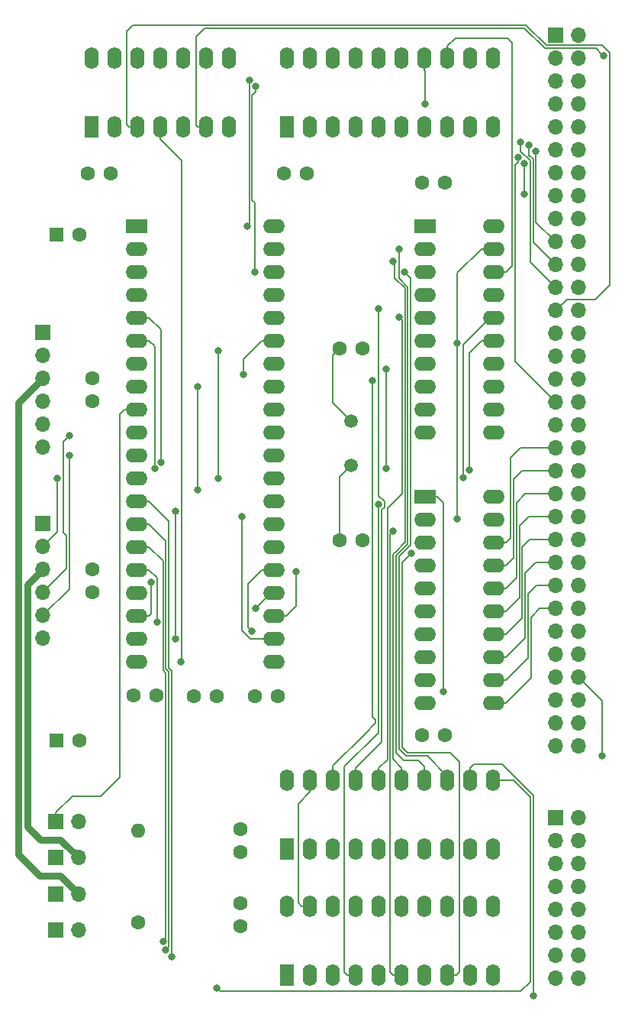
<source format=gbr>
G04 #@! TF.GenerationSoftware,KiCad,Pcbnew,(5.1.5-0-10_14)*
G04 #@! TF.CreationDate,2020-06-11T23:42:41+01:00*
G04 #@! TF.ProjectId,mc68681-basic,6d633638-3638-4312-9d62-617369632e6b,rev?*
G04 #@! TF.SameCoordinates,Original*
G04 #@! TF.FileFunction,Copper,L1,Top*
G04 #@! TF.FilePolarity,Positive*
%FSLAX46Y46*%
G04 Gerber Fmt 4.6, Leading zero omitted, Abs format (unit mm)*
G04 Created by KiCad (PCBNEW (5.1.5-0-10_14)) date 2020-06-11 23:42:41*
%MOMM*%
%LPD*%
G04 APERTURE LIST*
%ADD10O,1.600000X2.400000*%
%ADD11R,1.600000X2.400000*%
%ADD12C,1.600200*%
%ADD13O,1.600000X1.600000*%
%ADD14C,1.600000*%
%ADD15C,1.500000*%
%ADD16O,1.700000X1.700000*%
%ADD17R,1.700000X1.700000*%
%ADD18O,2.400000X1.600000*%
%ADD19R,2.400000X1.600000*%
%ADD20R,1.600000X1.600000*%
%ADD21C,0.800000*%
%ADD22C,0.150000*%
%ADD23C,0.800000*%
G04 APERTURE END LIST*
D10*
X88700000Y-131380000D03*
X111560000Y-139000000D03*
X91240000Y-131380000D03*
X109020000Y-139000000D03*
X93780000Y-131380000D03*
X106480000Y-139000000D03*
X96320000Y-131380000D03*
X103940000Y-139000000D03*
X98860000Y-131380000D03*
X101400000Y-139000000D03*
X101400000Y-131380000D03*
X98860000Y-139000000D03*
X103940000Y-131380000D03*
X96320000Y-139000000D03*
X106480000Y-131380000D03*
X93780000Y-139000000D03*
X109020000Y-131380000D03*
X91240000Y-139000000D03*
X111560000Y-131380000D03*
D11*
X88700000Y-139000000D03*
D12*
X85065800Y-122075000D03*
X87605800Y-122075000D03*
X67100000Y-108080000D03*
X67100000Y-110620000D03*
X78355000Y-122075000D03*
X80895000Y-122075000D03*
X103644200Y-126450000D03*
X106184200Y-126450000D03*
X83500000Y-145044200D03*
X83500000Y-147584200D03*
X83500000Y-136815800D03*
X83500000Y-139355800D03*
X67100000Y-86920000D03*
X67100000Y-89460000D03*
X71644200Y-122000000D03*
X74184200Y-122000000D03*
X94505000Y-83550000D03*
X97045000Y-83550000D03*
X106184200Y-65175000D03*
X103644200Y-65175000D03*
X94505000Y-104850000D03*
X97045000Y-104850000D03*
X66594200Y-64200000D03*
X69134200Y-64200000D03*
X88294200Y-64200000D03*
X90834200Y-64200000D03*
D13*
X72175000Y-137015000D03*
D14*
X72175000Y-147175000D03*
D15*
X95775000Y-91644999D03*
X95775000Y-96524999D03*
D16*
X65540000Y-136000000D03*
D17*
X63000000Y-136000000D03*
D16*
X65540000Y-140000000D03*
D17*
X63000000Y-140000000D03*
D16*
X65540000Y-144000000D03*
D17*
X63000000Y-144000000D03*
D16*
X65540000Y-148000000D03*
D17*
X63000000Y-148000000D03*
D16*
X61550000Y-115700000D03*
X61550000Y-113160000D03*
X61550000Y-110620000D03*
X61550000Y-108080000D03*
X61550000Y-105540000D03*
D17*
X61550000Y-103000000D03*
D16*
X61550000Y-94540000D03*
X61550000Y-92000000D03*
X61550000Y-89460000D03*
X61550000Y-86920000D03*
X61550000Y-84380000D03*
D17*
X61550000Y-81840000D03*
D16*
X121000000Y-153380000D03*
X118460000Y-153380000D03*
X121000000Y-150840000D03*
X118460000Y-150840000D03*
X121000000Y-148300000D03*
X118460000Y-148300000D03*
X121000000Y-145760000D03*
X118460000Y-145760000D03*
X121000000Y-143220000D03*
X118460000Y-143220000D03*
X121000000Y-140680000D03*
X118460000Y-140680000D03*
X121000000Y-138140000D03*
X118460000Y-138140000D03*
X121000000Y-135600000D03*
D17*
X118460000Y-135600000D03*
D16*
X121000000Y-127640000D03*
X118460000Y-127640000D03*
X121000000Y-125100000D03*
X118460000Y-125100000D03*
X121000000Y-122560000D03*
X118460000Y-122560000D03*
X121000000Y-120020000D03*
X118460000Y-120020000D03*
X121000000Y-117480000D03*
X118460000Y-117480000D03*
X121000000Y-114940000D03*
X118460000Y-114940000D03*
X121000000Y-112400000D03*
X118460000Y-112400000D03*
X121000000Y-109860000D03*
X118460000Y-109860000D03*
X121000000Y-107320000D03*
X118460000Y-107320000D03*
X121000000Y-104780000D03*
X118460000Y-104780000D03*
X121000000Y-102240000D03*
X118460000Y-102240000D03*
X121000000Y-99700000D03*
X118460000Y-99700000D03*
X121000000Y-97160000D03*
X118460000Y-97160000D03*
X121000000Y-94620000D03*
X118460000Y-94620000D03*
X121000000Y-92080000D03*
X118460000Y-92080000D03*
X121000000Y-89540000D03*
X118460000Y-89540000D03*
X121000000Y-87000000D03*
X118460000Y-87000000D03*
X121000000Y-84460000D03*
X118460000Y-84460000D03*
X121000000Y-81920000D03*
X118460000Y-81920000D03*
X121000000Y-79380000D03*
X118460000Y-79380000D03*
X121000000Y-76840000D03*
X118460000Y-76840000D03*
X121000000Y-74300000D03*
X118460000Y-74300000D03*
X121000000Y-71760000D03*
X118460000Y-71760000D03*
X121000000Y-69220000D03*
X118460000Y-69220000D03*
X121000000Y-66680000D03*
X118460000Y-66680000D03*
X121000000Y-64140000D03*
X118460000Y-64140000D03*
X121000000Y-61600000D03*
X118460000Y-61600000D03*
X121000000Y-59060000D03*
X118460000Y-59060000D03*
X121000000Y-56520000D03*
X118460000Y-56520000D03*
X121000000Y-53980000D03*
X118460000Y-53980000D03*
X121000000Y-51440000D03*
X118460000Y-51440000D03*
X121000000Y-48900000D03*
D17*
X118460000Y-48900000D03*
D10*
X88700000Y-51430000D03*
X111560000Y-59050000D03*
X91240000Y-51430000D03*
X109020000Y-59050000D03*
X93780000Y-51430000D03*
X106480000Y-59050000D03*
X96320000Y-51430000D03*
X103940000Y-59050000D03*
X98860000Y-51430000D03*
X101400000Y-59050000D03*
X101400000Y-51430000D03*
X98860000Y-59050000D03*
X103940000Y-51430000D03*
X96320000Y-59050000D03*
X106480000Y-51430000D03*
X93780000Y-59050000D03*
X109020000Y-51430000D03*
X91240000Y-59050000D03*
X111560000Y-51430000D03*
D11*
X88700000Y-59050000D03*
D18*
X111620000Y-70000000D03*
X104000000Y-92860000D03*
X111620000Y-72540000D03*
X104000000Y-90320000D03*
X111620000Y-75080000D03*
X104000000Y-87780000D03*
X111620000Y-77620000D03*
X104000000Y-85240000D03*
X111620000Y-80160000D03*
X104000000Y-82700000D03*
X111620000Y-82700000D03*
X104000000Y-80160000D03*
X111620000Y-85240000D03*
X104000000Y-77620000D03*
X111620000Y-87780000D03*
X104000000Y-75080000D03*
X111620000Y-90320000D03*
X104000000Y-72540000D03*
X111620000Y-92860000D03*
D19*
X104000000Y-70000000D03*
D10*
X67000000Y-51430000D03*
X82240000Y-59050000D03*
X69540000Y-51430000D03*
X79700000Y-59050000D03*
X72080000Y-51430000D03*
X77160000Y-59050000D03*
X74620000Y-51430000D03*
X74620000Y-59050000D03*
X77160000Y-51430000D03*
X72080000Y-59050000D03*
X79700000Y-51430000D03*
X69540000Y-59050000D03*
X82240000Y-51430000D03*
D11*
X67000000Y-59050000D03*
D10*
X88700000Y-145380000D03*
X111560000Y-153000000D03*
X91240000Y-145380000D03*
X109020000Y-153000000D03*
X93780000Y-145380000D03*
X106480000Y-153000000D03*
X96320000Y-145380000D03*
X103940000Y-153000000D03*
X98860000Y-145380000D03*
X101400000Y-153000000D03*
X101400000Y-145380000D03*
X98860000Y-153000000D03*
X103940000Y-145380000D03*
X96320000Y-153000000D03*
X106480000Y-145380000D03*
X93780000Y-153000000D03*
X109020000Y-145380000D03*
X91240000Y-153000000D03*
X111560000Y-145380000D03*
D11*
X88700000Y-153000000D03*
D18*
X111620000Y-100000000D03*
X104000000Y-122860000D03*
X111620000Y-102540000D03*
X104000000Y-120320000D03*
X111620000Y-105080000D03*
X104000000Y-117780000D03*
X111620000Y-107620000D03*
X104000000Y-115240000D03*
X111620000Y-110160000D03*
X104000000Y-112700000D03*
X111620000Y-112700000D03*
X104000000Y-110160000D03*
X111620000Y-115240000D03*
X104000000Y-107620000D03*
X111620000Y-117780000D03*
X104000000Y-105080000D03*
X111620000Y-120320000D03*
X104000000Y-102540000D03*
X111620000Y-122860000D03*
D19*
X104000000Y-100000000D03*
D18*
X87240000Y-70000000D03*
X72000000Y-118260000D03*
X87240000Y-72540000D03*
X72000000Y-115720000D03*
X87240000Y-75080000D03*
X72000000Y-113180000D03*
X87240000Y-77620000D03*
X72000000Y-110640000D03*
X87240000Y-80160000D03*
X72000000Y-108100000D03*
X87240000Y-82700000D03*
X72000000Y-105560000D03*
X87240000Y-85240000D03*
X72000000Y-103020000D03*
X87240000Y-87780000D03*
X72000000Y-100480000D03*
X87240000Y-90320000D03*
X72000000Y-97940000D03*
X87240000Y-92860000D03*
X72000000Y-95400000D03*
X87240000Y-95400000D03*
X72000000Y-92860000D03*
X87240000Y-97940000D03*
X72000000Y-90320000D03*
X87240000Y-100480000D03*
X72000000Y-87780000D03*
X87240000Y-103020000D03*
X72000000Y-85240000D03*
X87240000Y-105560000D03*
X72000000Y-82700000D03*
X87240000Y-108100000D03*
X72000000Y-80160000D03*
X87240000Y-110640000D03*
X72000000Y-77620000D03*
X87240000Y-113180000D03*
X72000000Y-75080000D03*
X87240000Y-115720000D03*
X72000000Y-72540000D03*
X87240000Y-118260000D03*
D19*
X72000000Y-70000000D03*
D14*
X65592621Y-127000000D03*
D20*
X63092621Y-127000000D03*
D14*
X65592621Y-71000000D03*
D20*
X63092621Y-71000000D03*
D21*
X101125000Y-72575000D03*
X76300000Y-101650000D03*
X76275000Y-115725000D03*
X101725000Y-75075000D03*
X73600000Y-109459620D03*
X101099980Y-80150000D03*
X74250000Y-113925000D03*
X107572298Y-83022298D03*
X83850000Y-86500000D03*
X107550000Y-102500000D03*
X74909311Y-149279133D03*
X99625000Y-85850000D03*
X99700000Y-96875000D03*
X75234321Y-150209738D03*
X75850000Y-150975000D03*
X63199999Y-97950000D03*
X115975000Y-155325000D03*
X64500000Y-95450000D03*
X64525000Y-93225000D03*
X80875000Y-154424990D03*
X81050000Y-83850000D03*
X81050000Y-97950000D03*
X98825000Y-100850000D03*
X106000000Y-121575000D03*
X78725000Y-99225000D03*
X78725000Y-87775000D03*
X100449990Y-103800000D03*
X98125000Y-87150000D03*
X102450000Y-106300000D03*
X108222298Y-97850000D03*
X74000000Y-96900000D03*
X84750000Y-114880010D03*
X85200000Y-112340010D03*
X89650000Y-108270000D03*
X83700000Y-102180010D03*
X108875000Y-97050000D03*
X74650000Y-96163202D03*
X98825000Y-79200000D03*
X85193727Y-54558833D03*
X85075000Y-75100000D03*
X100424999Y-73925000D03*
X76925000Y-118275000D03*
X84475000Y-53900000D03*
X84275000Y-70000000D03*
X123800000Y-51125000D03*
X114583376Y-60700010D03*
X103950000Y-56525000D03*
X115536612Y-61050020D03*
X116300000Y-61725000D03*
X114275000Y-62375020D03*
X114999980Y-63125000D03*
X114999980Y-66450000D03*
X123600000Y-128750000D03*
D22*
X94505000Y-97794999D02*
X95775000Y-96524999D01*
X94505000Y-104850000D02*
X94505000Y-97794999D01*
X93704901Y-89574900D02*
X95025001Y-90895000D01*
X93704901Y-84350099D02*
X93704901Y-89574900D01*
X95025001Y-90895000D02*
X95775000Y-91644999D01*
X94505000Y-83550000D02*
X93704901Y-84350099D01*
X103940000Y-131380000D02*
X103940000Y-130099633D01*
X103940000Y-130099633D02*
X103940000Y-129915000D01*
X103940000Y-129915000D02*
X103225000Y-129200000D01*
X101625000Y-129200000D02*
X100775020Y-128350020D01*
X103225000Y-129200000D02*
X101625000Y-129200000D01*
X100775020Y-128350020D02*
X100775020Y-127700000D01*
X100775020Y-127700000D02*
X100775020Y-116400000D01*
X100775020Y-106515347D02*
X101690368Y-105600000D01*
X100775020Y-116400000D02*
X100775020Y-106515347D01*
X101690368Y-105600000D02*
X102074990Y-105215378D01*
X102074990Y-105215378D02*
X102074990Y-95875000D01*
X102074990Y-95875000D02*
X102074990Y-95859623D01*
X102074990Y-95859623D02*
X102074990Y-78975000D01*
X102074990Y-78975000D02*
X102074990Y-76799990D01*
X101074999Y-72625001D02*
X101125000Y-72575000D01*
X101074999Y-75799999D02*
X101074999Y-72625001D01*
X102074990Y-76799990D02*
X101074999Y-75799999D01*
X76300000Y-101650000D02*
X76300000Y-113575000D01*
X76300000Y-115700000D02*
X76275000Y-115725000D01*
X76300000Y-113575000D02*
X76300000Y-115700000D01*
X106480000Y-130980000D02*
X104225000Y-128725000D01*
X106480000Y-131380000D02*
X106480000Y-130980000D01*
X104225000Y-128725000D02*
X103025000Y-128725000D01*
X101875000Y-128725000D02*
X101100030Y-127950030D01*
X101100030Y-127950030D02*
X101100030Y-116265377D01*
X103025000Y-128725000D02*
X101875000Y-128725000D01*
X101100030Y-116265377D02*
X101100030Y-125525000D01*
X102400000Y-105350000D02*
X102400000Y-95725000D01*
X101100030Y-106649970D02*
X102400000Y-105350000D01*
X101100030Y-116265377D02*
X101100030Y-106649970D01*
X102400000Y-75750000D02*
X101725000Y-75075000D01*
X102400000Y-95725000D02*
X102400000Y-75750000D01*
X73350000Y-113180000D02*
X72000000Y-113180000D01*
X73600000Y-112930000D02*
X73350000Y-113180000D01*
X73600000Y-109459620D02*
X73600000Y-112930000D01*
X99799990Y-129090010D02*
X99799990Y-128884623D01*
X98860000Y-130030000D02*
X99799990Y-129090010D01*
X98860000Y-131380000D02*
X98860000Y-130030000D01*
X99799990Y-128884623D02*
X99799990Y-118399990D01*
X99799990Y-101296645D02*
X101424970Y-99671665D01*
X99799990Y-118399990D02*
X99799990Y-101296645D01*
X101424970Y-99671665D02*
X101424970Y-96400000D01*
X101424970Y-80474990D02*
X101099980Y-80150000D01*
X101424970Y-96400000D02*
X101424970Y-80474990D01*
X73350000Y-108100000D02*
X72000000Y-108100000D01*
X74250000Y-109000000D02*
X73350000Y-108100000D01*
X74250000Y-113925000D02*
X74250000Y-109000000D01*
X110270000Y-72540000D02*
X107572298Y-75237702D01*
X107572298Y-75237702D02*
X107572298Y-83022298D01*
X111620000Y-72540000D02*
X110270000Y-72540000D01*
X83850000Y-85934315D02*
X83850000Y-86500000D01*
X83850000Y-84740000D02*
X83850000Y-85934315D01*
X85890000Y-82700000D02*
X83850000Y-84740000D01*
X87240000Y-82700000D02*
X85890000Y-82700000D01*
X107572298Y-102477702D02*
X107550000Y-102500000D01*
X107572298Y-83022298D02*
X107572298Y-102477702D01*
X73350000Y-105560000D02*
X74900001Y-107110001D01*
X74900001Y-107110001D02*
X74900001Y-116399999D01*
X72000000Y-105560000D02*
X73350000Y-105560000D01*
X74900001Y-116399999D02*
X74900001Y-119224999D01*
X74900001Y-119224999D02*
X75234301Y-119559299D01*
X75234301Y-148954143D02*
X74909311Y-149279133D01*
X75234301Y-119559299D02*
X75234301Y-148954143D01*
X99625000Y-96800000D02*
X99700000Y-96875000D01*
X99625000Y-85850000D02*
X99625000Y-96800000D01*
X75225011Y-104895011D02*
X75225011Y-106975378D01*
X73350000Y-103020000D02*
X75225011Y-104895011D01*
X72000000Y-103020000D02*
X73350000Y-103020000D01*
X75225011Y-106975378D02*
X75225011Y-113600011D01*
X75225011Y-119090377D02*
X75559311Y-119424676D01*
X75225011Y-113600011D02*
X75225011Y-119090377D01*
X75559311Y-119424676D02*
X75559311Y-149300000D01*
X75559311Y-149884748D02*
X75234321Y-150209738D01*
X75559311Y-149300000D02*
X75559311Y-149884748D01*
X73350000Y-100480000D02*
X75550021Y-102680021D01*
X72000000Y-100480000D02*
X73350000Y-100480000D01*
X75550021Y-102680021D02*
X75550021Y-113734634D01*
X75550021Y-118955753D02*
X75884321Y-119290053D01*
X75550021Y-113734634D02*
X75550021Y-118955753D01*
X75884321Y-119290053D02*
X75884321Y-149250000D01*
X75884321Y-150940679D02*
X75850000Y-150975000D01*
X75884321Y-149250000D02*
X75884321Y-150940679D01*
X63199999Y-103890001D02*
X63199999Y-97950000D01*
X61550000Y-105540000D02*
X63199999Y-103890001D01*
X109020000Y-130030000D02*
X109020000Y-131380000D01*
X109400000Y-129650000D02*
X109020000Y-130030000D01*
X112509633Y-129650000D02*
X109400000Y-129650000D01*
X115975000Y-133115367D02*
X112509633Y-129650000D01*
X115975000Y-155325000D02*
X115975000Y-133115367D01*
X61550000Y-113160000D02*
X64500000Y-110210000D01*
X64500000Y-110210000D02*
X64500000Y-95450000D01*
X61550000Y-110620000D02*
X64174990Y-107995010D01*
X64174990Y-107995010D02*
X64174990Y-104300000D01*
X63849999Y-93900001D02*
X64525000Y-93225000D01*
X63849999Y-103975009D02*
X63849999Y-93900001D01*
X64174990Y-104300000D02*
X63849999Y-103975009D01*
X115649990Y-133249990D02*
X113780000Y-131380000D01*
X113780000Y-131380000D02*
X111560000Y-131380000D01*
X114600011Y-154824989D02*
X115649990Y-153775010D01*
X81274999Y-154824989D02*
X114600011Y-154824989D01*
X115649990Y-153775010D02*
X115649990Y-133249990D01*
X80875000Y-154424990D02*
X81274999Y-154824989D01*
X81050000Y-83850000D02*
X81050000Y-97950000D01*
X63000000Y-135000000D02*
X64825000Y-133175000D01*
X63000000Y-136000000D02*
X63000000Y-135000000D01*
X64825000Y-133175000D02*
X67975000Y-133175000D01*
X67975000Y-133175000D02*
X70075000Y-131075000D01*
X70650000Y-90320000D02*
X72000000Y-90320000D01*
X70075000Y-90895000D02*
X70650000Y-90320000D01*
X70075000Y-131075000D02*
X70075000Y-90895000D01*
X95370000Y-153000000D02*
X95050000Y-152680000D01*
X96320000Y-153000000D02*
X95370000Y-153000000D01*
X95050000Y-152680000D02*
X95050000Y-130375000D01*
X95050000Y-130375000D02*
X95050000Y-130150000D01*
X95050000Y-130150000D02*
X95050000Y-129925000D01*
X95050000Y-129925000D02*
X98824960Y-126150040D01*
X98824960Y-126150040D02*
X98824960Y-124350000D01*
X98824960Y-100850040D02*
X98825000Y-100850000D01*
X98824960Y-124350000D02*
X98824960Y-100850040D01*
X105350000Y-100000000D02*
X104000000Y-100000000D01*
X106000000Y-100650000D02*
X105350000Y-100000000D01*
X106000000Y-121575000D02*
X106000000Y-100650000D01*
X78725000Y-99225000D02*
X78725000Y-87775000D01*
X100450000Y-153000000D02*
X101400000Y-153000000D01*
X100125000Y-152675000D02*
X100450000Y-153000000D01*
X100125000Y-104400000D02*
X100125000Y-152675000D01*
X100125000Y-104124990D02*
X100449990Y-103800000D01*
X100125000Y-104400000D02*
X100125000Y-104124990D01*
X93780000Y-131380000D02*
X93780000Y-130030000D01*
X93780000Y-130030000D02*
X93780000Y-129870000D01*
X93780000Y-129870000D02*
X93780000Y-129820000D01*
X93780000Y-129820000D02*
X97300000Y-126300000D01*
X97300000Y-126300000D02*
X98499950Y-125100050D01*
X98499950Y-125100050D02*
X98499950Y-124725000D01*
X98125000Y-124350050D02*
X98125000Y-87150000D01*
X98499950Y-124725000D02*
X98125000Y-124350050D01*
X107430000Y-153000000D02*
X107775000Y-152655000D01*
X106749990Y-128399990D02*
X102009622Y-128399990D01*
X102009622Y-128399990D02*
X101425040Y-127815408D01*
X107775000Y-152655000D02*
X107775000Y-129425000D01*
X107775000Y-129425000D02*
X106749990Y-128399990D01*
X106480000Y-153000000D02*
X107430000Y-153000000D01*
X101425040Y-107299960D02*
X102450000Y-106275000D01*
X101425040Y-127815408D02*
X101425040Y-107299960D01*
X111220000Y-80160000D02*
X108225000Y-83155000D01*
X111620000Y-80160000D02*
X111220000Y-80160000D01*
X108225000Y-83155000D02*
X108225000Y-95947298D01*
X73350000Y-82700000D02*
X72000000Y-82700000D01*
X74000000Y-83350000D02*
X73350000Y-82700000D01*
X74000000Y-96900000D02*
X74000000Y-83350000D01*
X108222298Y-95950000D02*
X108222298Y-97850000D01*
X108225000Y-95947298D02*
X108222298Y-95950000D01*
X85890000Y-108100000D02*
X87240000Y-108100000D01*
X84350001Y-109639999D02*
X85890000Y-108100000D01*
X84350001Y-114480011D02*
X84350001Y-109639999D01*
X84750000Y-114880010D02*
X84350001Y-114480011D01*
X86900010Y-110640000D02*
X87240000Y-110640000D01*
X85200000Y-112340010D02*
X86900010Y-110640000D01*
X89650000Y-112120000D02*
X88590000Y-113180000D01*
X88590000Y-113180000D02*
X87240000Y-113180000D01*
X89650000Y-108270000D02*
X89650000Y-112120000D01*
X83700000Y-114792012D02*
X84627988Y-115720000D01*
X85890000Y-115720000D02*
X87240000Y-115720000D01*
X84627988Y-115720000D02*
X85890000Y-115720000D01*
X83700000Y-102180010D02*
X83700000Y-114792012D01*
X116700000Y-112400000D02*
X118460000Y-112400000D01*
X115750060Y-120079940D02*
X115750060Y-113349940D01*
X112970000Y-122860000D02*
X115750060Y-120079940D01*
X115750060Y-113349940D02*
X116700000Y-112400000D01*
X111620000Y-122860000D02*
X112970000Y-122860000D01*
X115425050Y-110799950D02*
X116365000Y-109860000D01*
X115425050Y-117864950D02*
X115425050Y-110799950D01*
X116365000Y-109860000D02*
X118460000Y-109860000D01*
X112970000Y-120320000D02*
X115425050Y-117864950D01*
X111620000Y-120320000D02*
X112970000Y-120320000D01*
X112970000Y-117780000D02*
X115100040Y-115649960D01*
X111620000Y-117780000D02*
X112970000Y-117780000D01*
X115100040Y-115649960D02*
X115100040Y-108474960D01*
X116255000Y-107320000D02*
X118460000Y-107320000D01*
X115100040Y-108474960D02*
X116255000Y-107320000D01*
X115570000Y-104780000D02*
X118460000Y-104780000D01*
X114775030Y-105574970D02*
X115570000Y-104780000D01*
X114775030Y-113434970D02*
X114775030Y-105574970D01*
X112970000Y-115240000D02*
X114775030Y-113434970D01*
X111620000Y-115240000D02*
X112970000Y-115240000D01*
X115460000Y-102240000D02*
X118460000Y-102240000D01*
X114450030Y-104978869D02*
X114450030Y-103249970D01*
X114450030Y-103249970D02*
X115460000Y-102240000D01*
X114450020Y-111219980D02*
X114450020Y-104978879D01*
X114450020Y-104978879D02*
X114450030Y-104978869D01*
X112970000Y-112700000D02*
X114450020Y-111219980D01*
X111620000Y-112700000D02*
X112970000Y-112700000D01*
X112970000Y-110160000D02*
X114125010Y-109004990D01*
X111620000Y-110160000D02*
X112970000Y-110160000D01*
X114125010Y-104844256D02*
X114125020Y-104844246D01*
X114125010Y-109004990D02*
X114125010Y-104844256D01*
X114125020Y-104844246D02*
X114125020Y-100674980D01*
X115100000Y-99700000D02*
X118460000Y-99700000D01*
X114125020Y-100674980D02*
X115100000Y-99700000D01*
X112970000Y-107620000D02*
X113800000Y-106790000D01*
X111620000Y-107620000D02*
X112970000Y-107620000D01*
X113800000Y-104709633D02*
X113800010Y-104709623D01*
X113800000Y-106790000D02*
X113800000Y-104709633D01*
X113800010Y-104709623D02*
X113800010Y-98074990D01*
X114715000Y-97160000D02*
X118460000Y-97160000D01*
X113800010Y-98074990D02*
X114715000Y-97160000D01*
X112970000Y-105080000D02*
X113475000Y-104575000D01*
X111620000Y-105080000D02*
X112970000Y-105080000D01*
X113475000Y-104575000D02*
X113475000Y-95700000D01*
X114555000Y-94620000D02*
X118460000Y-94620000D01*
X113475000Y-95700000D02*
X114555000Y-94620000D01*
X112970000Y-75080000D02*
X113625000Y-74425000D01*
X111620000Y-75080000D02*
X112970000Y-75080000D01*
X113625000Y-74425000D02*
X113625000Y-49725000D01*
X113625000Y-49725000D02*
X113125000Y-49225000D01*
X107335000Y-49225000D02*
X106480000Y-50080000D01*
X106480000Y-50080000D02*
X106480000Y-51430000D01*
X113125000Y-49225000D02*
X107335000Y-49225000D01*
X108875000Y-84095000D02*
X108875000Y-95000000D01*
X110270000Y-82700000D02*
X108875000Y-84095000D01*
X111620000Y-82700000D02*
X110270000Y-82700000D01*
X73350000Y-80160000D02*
X72000000Y-80160000D01*
X74650000Y-81460000D02*
X73350000Y-80160000D01*
X74650000Y-96163202D02*
X74650000Y-81460000D01*
X108875000Y-95000000D02*
X108875000Y-97050000D01*
X96320000Y-130030000D02*
X99149970Y-127200030D01*
X96320000Y-131380000D02*
X96320000Y-130030000D01*
X99149970Y-127200030D02*
X99149970Y-118130744D01*
X99149970Y-101487032D02*
X99475001Y-101162001D01*
X98825000Y-99887998D02*
X98825000Y-79200000D01*
X99475001Y-100537999D02*
X98825000Y-99887998D01*
X99475001Y-101162001D02*
X99475001Y-100537999D01*
X99149970Y-118130744D02*
X99149970Y-101487032D01*
X85193727Y-55124518D02*
X84800010Y-55518235D01*
X85193727Y-54558833D02*
X85193727Y-55124518D01*
X84800010Y-55518235D02*
X84800010Y-55875000D01*
X84800010Y-55875000D02*
X84800010Y-67175000D01*
X85075000Y-67449990D02*
X85075000Y-75100000D01*
X84800010Y-67175000D02*
X85075000Y-67449990D01*
X101400000Y-130030000D02*
X100450010Y-129080010D01*
X101400000Y-131380000D02*
X101400000Y-130030000D01*
X100450010Y-129080010D02*
X100450010Y-128884623D01*
X100450010Y-128884623D02*
X100450010Y-112074990D01*
X100450010Y-106380724D02*
X100755735Y-106075000D01*
X100450010Y-112074990D02*
X100450010Y-106380724D01*
X100755735Y-106075000D02*
X101705736Y-105125000D01*
X101705736Y-105125000D02*
X101749980Y-105080756D01*
X101749980Y-105080756D02*
X101749980Y-96075000D01*
X101749980Y-96075000D02*
X101749980Y-76934612D01*
X101749980Y-76934612D02*
X100575000Y-75759632D01*
X100575000Y-74075001D02*
X100424999Y-73925000D01*
X100575000Y-75759632D02*
X100575000Y-74075001D01*
X76950001Y-62730001D02*
X76950001Y-118249999D01*
X74620000Y-60400000D02*
X76950001Y-62730001D01*
X76950001Y-118249999D02*
X76925000Y-118275000D01*
X74620000Y-59050000D02*
X74620000Y-60400000D01*
X84475000Y-69800000D02*
X84275000Y-70000000D01*
X84475000Y-53900000D02*
X84475000Y-69800000D01*
X91240000Y-132730000D02*
X89900000Y-134070000D01*
X91240000Y-131380000D02*
X91240000Y-132730000D01*
X90290000Y-145380000D02*
X91240000Y-145380000D01*
X89900000Y-144990000D02*
X90290000Y-145380000D01*
X89900000Y-134070000D02*
X89900000Y-144990000D01*
X78550000Y-49075000D02*
X79549990Y-48075010D01*
X78750000Y-59050000D02*
X78550000Y-58850000D01*
X78550000Y-58850000D02*
X78550000Y-49125000D01*
X78550000Y-49125000D02*
X78550000Y-49075000D01*
X81775000Y-48075010D02*
X115025376Y-48075010D01*
X79549990Y-48075010D02*
X81775000Y-48075010D01*
X115025376Y-48075010D02*
X117275376Y-50325011D01*
X79700000Y-59050000D02*
X78750000Y-59050000D01*
X122925011Y-50325011D02*
X123725000Y-51125000D01*
X117275376Y-50325011D02*
X122925011Y-50325011D01*
X119715000Y-78125000D02*
X118460000Y-79380000D01*
X71550000Y-47750000D02*
X115159998Y-47750000D01*
X122900000Y-78125000D02*
X119715000Y-78125000D01*
X123637003Y-50000001D02*
X124450001Y-50812999D01*
X124450001Y-76574999D02*
X122900000Y-78125000D01*
X117409999Y-50000001D02*
X123637003Y-50000001D01*
X115159998Y-47750000D02*
X117409999Y-50000001D01*
X124450001Y-50812999D02*
X124450001Y-76574999D01*
X71130000Y-59050000D02*
X70850000Y-58770000D01*
X70850000Y-58770000D02*
X70850000Y-48450000D01*
X70850000Y-48450000D02*
X71550000Y-47750000D01*
X72080000Y-59050000D02*
X71130000Y-59050000D01*
X115649980Y-74029980D02*
X118460000Y-76840000D01*
X114583376Y-61718019D02*
X115649980Y-62784623D01*
X115649980Y-62784623D02*
X115649980Y-74029980D01*
X114583376Y-60700010D02*
X114583376Y-61718019D01*
X103940000Y-52780000D02*
X103950000Y-52790000D01*
X103940000Y-51430000D02*
X103940000Y-52780000D01*
X103950000Y-52790000D02*
X103950000Y-56525000D01*
X115974990Y-71814990D02*
X118460000Y-74300000D01*
X115561622Y-62211622D02*
X115974990Y-62624990D01*
X115974990Y-62624990D02*
X115974990Y-71814990D01*
X115536612Y-62211622D02*
X115561622Y-62211622D01*
X115536612Y-61050020D02*
X115536612Y-62211622D01*
X116300000Y-69600000D02*
X118460000Y-71760000D01*
X116300000Y-61725000D02*
X116300000Y-69600000D01*
X113950010Y-85030010D02*
X118460000Y-89540000D01*
X113950010Y-63265695D02*
X113950010Y-85030010D01*
X114275000Y-62940705D02*
X113950010Y-63265695D01*
X114275000Y-62375020D02*
X114275000Y-62940705D01*
X114999980Y-63125000D02*
X114999980Y-66450000D01*
X123600000Y-122620000D02*
X121000000Y-120020000D01*
X123600000Y-128750000D02*
X123600000Y-122620000D01*
D23*
X58874990Y-89595010D02*
X61550000Y-86920000D01*
X58874990Y-139624990D02*
X58874990Y-89595010D01*
X63540000Y-142000000D02*
X61250000Y-142000000D01*
X61250000Y-142000000D02*
X58874990Y-139624990D01*
X65540000Y-144000000D02*
X63540000Y-142000000D01*
X59850000Y-109780000D02*
X61550000Y-108080000D01*
X59850000Y-136550000D02*
X59850000Y-109780000D01*
X61300000Y-138000000D02*
X59850000Y-136550000D01*
X63540000Y-138000000D02*
X61300000Y-138000000D01*
X65540000Y-140000000D02*
X63540000Y-138000000D01*
M02*

</source>
